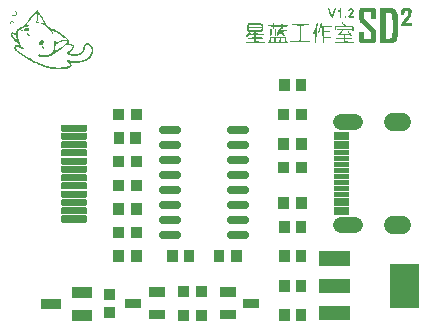
<source format=gts>
G04 Layer: TopSolderMaskLayer*
G04 EasyEDA v6.4.25, 2021-11-23T22:34:31+08:00*
G04 edc2d8422afb4d2cae5fb123c77887e6,45ba98ba689c459a8d72e4540021d05b,10*
G04 Gerber Generator version 0.2*
G04 Scale: 100 percent, Rotated: No, Reflected: No *
G04 Dimensions in millimeters *
G04 leading zeros omitted , absolute positions ,4 integer and 5 decimal *
%FSLAX45Y45*%
%MOMM*%

%ADD33C,1.3500*%
%ADD34C,1.5000*%
%ADD35C,0.6616*%

%LPD*%
G36*
X3075533Y2852216D02*
G01*
X3054858Y2852013D01*
X3038144Y2851454D01*
X3027476Y2850540D01*
X3024987Y2849981D01*
X3022600Y2848762D01*
X3020517Y2847238D01*
X3018739Y2845206D01*
X3017215Y2842717D01*
X3015945Y2839516D01*
X3014929Y2835656D01*
X3014116Y2830982D01*
X3013049Y2818790D01*
X3012592Y2802280D01*
X3012592Y2781554D01*
X3013049Y2765044D01*
X3014167Y2753664D01*
X3014980Y2749448D01*
X3015996Y2745994D01*
X3017266Y2743098D01*
X3018282Y2741422D01*
X3022650Y2736138D01*
X3029610Y2728518D01*
X3049270Y2708503D01*
X3061055Y2697073D01*
X3112566Y2648661D01*
X3112566Y2591155D01*
X3056686Y2591155D01*
X3056686Y2649982D01*
X3012541Y2649982D01*
X3012490Y2593543D01*
X3012694Y2581198D01*
X3012998Y2576169D01*
X3013608Y2571800D01*
X3014472Y2568041D01*
X3015691Y2564841D01*
X3017367Y2562199D01*
X3019501Y2560015D01*
X3022193Y2558288D01*
X3025495Y2556865D01*
X3029458Y2555849D01*
X3034182Y2555087D01*
X3039668Y2554528D01*
X3053232Y2553919D01*
X3114243Y2553106D01*
X3127552Y2553309D01*
X3135833Y2554071D01*
X3138678Y2554782D01*
X3140964Y2555646D01*
X3144774Y2558186D01*
X3149498Y2562301D01*
X3151632Y2564688D01*
X3153156Y2567432D01*
X3154222Y2571191D01*
X3154984Y2576423D01*
X3155797Y2593644D01*
X3156305Y2615031D01*
X3156153Y2630982D01*
X3155543Y2644749D01*
X3154578Y2654808D01*
X3153918Y2658008D01*
X3152089Y2662783D01*
X3150616Y2665476D01*
X3146348Y2671622D01*
X3140049Y2679141D01*
X3131464Y2688437D01*
X3120136Y2699816D01*
X3088182Y2730296D01*
X3056686Y2759557D01*
X3056686Y2814675D01*
X3112566Y2814675D01*
X3112566Y2758795D01*
X3157220Y2758795D01*
X3155848Y2813405D01*
X3155289Y2825242D01*
X3154781Y2830118D01*
X3154070Y2834335D01*
X3153054Y2837992D01*
X3151733Y2841040D01*
X3149955Y2843631D01*
X3147720Y2845765D01*
X3144977Y2847492D01*
X3141675Y2848813D01*
X3137662Y2849880D01*
X3132988Y2850642D01*
X3121253Y2851556D01*
G37*
G36*
X3191967Y2850337D02*
G01*
X3191967Y2811780D01*
X3256838Y2811780D01*
X3265373Y2811526D01*
X3273094Y2810916D01*
X3279292Y2810002D01*
X3283000Y2808884D01*
X3285388Y2807004D01*
X3287776Y2804109D01*
X3289960Y2800502D01*
X3291636Y2796692D01*
X3292094Y2794863D01*
X3292856Y2787954D01*
X3294024Y2763672D01*
X3294684Y2729992D01*
X3294938Y2692247D01*
X3294634Y2655925D01*
X3293821Y2626512D01*
X3293211Y2616098D01*
X3292500Y2609392D01*
X3292094Y2607665D01*
X3290112Y2603906D01*
X3287318Y2600604D01*
X3283661Y2597759D01*
X3279190Y2595422D01*
X3273958Y2593594D01*
X3267964Y2592222D01*
X3261258Y2591409D01*
X3253841Y2591155D01*
X3236061Y2591155D01*
X3236061Y2811780D01*
X3191967Y2811780D01*
X3191967Y2552293D01*
X3254349Y2553716D01*
X3271774Y2554427D01*
X3285642Y2555443D01*
X3291484Y2556103D01*
X3301187Y2557932D01*
X3305200Y2559100D01*
X3308858Y2560472D01*
X3312109Y2562047D01*
X3317849Y2565908D01*
X3323031Y2570886D01*
X3327044Y2575661D01*
X3329686Y2579573D01*
X3331921Y2584094D01*
X3333750Y2589479D01*
X3335274Y2596032D01*
X3336442Y2604058D01*
X3337356Y2613761D01*
X3338017Y2625547D01*
X3338677Y2656179D01*
X3338474Y2710891D01*
X3337814Y2765450D01*
X3337356Y2783078D01*
X3336747Y2795828D01*
X3335883Y2804769D01*
X3334715Y2811119D01*
X3333089Y2815996D01*
X3330956Y2820568D01*
X3327552Y2826308D01*
X3323132Y2832100D01*
X3318306Y2837281D01*
X3313531Y2841142D01*
X3308705Y2844190D01*
X3306318Y2845308D01*
X3303625Y2846273D01*
X3300425Y2847035D01*
X3296564Y2847644D01*
X3285947Y2848457D01*
X3270097Y2849016D01*
G37*
G36*
X3413099Y2849981D02*
G01*
X3397707Y2849778D01*
X3387750Y2848914D01*
X3384194Y2848102D01*
X3381248Y2847035D01*
X3378657Y2845663D01*
X3376168Y2843885D01*
X3371951Y2839974D01*
X3369614Y2835351D01*
X3368649Y2827985D01*
X3368446Y2815945D01*
X3368446Y2794101D01*
X3394557Y2794101D01*
X3396386Y2822041D01*
X3425799Y2822041D01*
X3426866Y2803956D01*
X3426714Y2800197D01*
X3426053Y2796743D01*
X3424732Y2793238D01*
X3422497Y2789377D01*
X3419246Y2784652D01*
X3393541Y2752344D01*
X3382162Y2737561D01*
X3374136Y2726486D01*
X3369005Y2718257D01*
X3367379Y2715056D01*
X3366262Y2712313D01*
X3365652Y2709926D01*
X3365500Y2699969D01*
X3456686Y2699969D01*
X3456686Y2726436D01*
X3424021Y2726588D01*
X3416503Y2727045D01*
X3411474Y2727655D01*
X3409594Y2728366D01*
X3411423Y2731312D01*
X3416300Y2737967D01*
X3432403Y2758338D01*
X3455212Y2786380D01*
X3456635Y2824276D01*
X3455974Y2832455D01*
X3453892Y2837738D01*
X3449726Y2842463D01*
X3447287Y2844800D01*
X3444900Y2846628D01*
X3442258Y2847949D01*
X3439007Y2848864D01*
X3434842Y2849473D01*
X3429355Y2849829D01*
G37*
G36*
X2857398Y2849981D02*
G01*
X2854706Y2849270D01*
X2851302Y2847390D01*
X2847543Y2844596D01*
X2840431Y2837738D01*
X2837230Y2834944D01*
X2834589Y2833065D01*
X2831846Y2831744D01*
X2830982Y2830068D01*
X2830423Y2827629D01*
X2830169Y2824632D01*
X2830322Y2820365D01*
X2831185Y2818638D01*
X2833319Y2819146D01*
X2840380Y2823565D01*
X2845054Y2826105D01*
X2846273Y2826461D01*
X2846882Y2824276D01*
X2847390Y2818231D01*
X2847848Y2798521D01*
X2847949Y2782417D01*
X2848762Y2774086D01*
X2850946Y2771038D01*
X2855163Y2770581D01*
X2862529Y2770581D01*
X2862529Y2822295D01*
X2862122Y2838602D01*
X2861716Y2843580D01*
X2861056Y2846882D01*
X2860141Y2848813D01*
X2858922Y2849778D01*
G37*
G36*
X2815894Y2849727D02*
G01*
X2810357Y2849473D01*
X2805734Y2848203D01*
X2802178Y2844596D01*
X2798622Y2836722D01*
X2790393Y2812796D01*
X2787294Y2804617D01*
X2784805Y2799080D01*
X2783382Y2797048D01*
X2781909Y2799080D01*
X2779369Y2804617D01*
X2776169Y2812796D01*
X2767685Y2836621D01*
X2763977Y2844495D01*
X2760370Y2848203D01*
X2755849Y2849473D01*
X2752750Y2849676D01*
X2750159Y2849524D01*
X2748483Y2849067D01*
X2747822Y2848356D01*
X2748889Y2844596D01*
X2756154Y2823311D01*
X2769158Y2787345D01*
X2771952Y2780639D01*
X2774238Y2776016D01*
X2776270Y2773070D01*
X2778252Y2771444D01*
X2780487Y2770733D01*
X2783078Y2770581D01*
X2787599Y2771140D01*
X2790901Y2773578D01*
X2793949Y2779115D01*
X2816250Y2840329D01*
X2817825Y2847390D01*
G37*
G36*
X2943250Y2849626D02*
G01*
X2937459Y2849168D01*
X2931820Y2847390D01*
X2926537Y2844190D01*
X2923540Y2841447D01*
X2920847Y2838348D01*
X2918764Y2835198D01*
X2917596Y2832404D01*
X2917139Y2829407D01*
X2917901Y2827578D01*
X2920288Y2826715D01*
X2924556Y2826461D01*
X2928162Y2826766D01*
X2930855Y2827528D01*
X2932531Y2828848D01*
X2933141Y2830576D01*
X2935833Y2835198D01*
X2941828Y2836976D01*
X2947974Y2835706D01*
X2951124Y2831287D01*
X2951022Y2825445D01*
X2948940Y2819806D01*
X2944215Y2813202D01*
X2931312Y2799181D01*
X2923489Y2789936D01*
X2920593Y2785922D01*
X2918358Y2782316D01*
X2916783Y2779064D01*
X2915818Y2776220D01*
X2915462Y2773730D01*
X2917291Y2772359D01*
X2922473Y2771394D01*
X2930855Y2770784D01*
X2942132Y2770581D01*
X2957271Y2770682D01*
X2965094Y2771444D01*
X2967888Y2773426D01*
X2967888Y2777185D01*
X2966872Y2780639D01*
X2964434Y2782874D01*
X2959862Y2784297D01*
X2952242Y2785262D01*
X2937560Y2786735D01*
X2948381Y2796590D01*
X2953410Y2801518D01*
X2957677Y2806496D01*
X2961132Y2811424D01*
X2963773Y2816250D01*
X2965602Y2820873D01*
X2966567Y2825343D01*
X2966567Y2829458D01*
X2965704Y2833268D01*
X2962808Y2838754D01*
X2958896Y2843225D01*
X2954172Y2846578D01*
X2948889Y2848711D01*
G37*
G36*
X2896362Y2785262D02*
G01*
X2892755Y2784957D01*
X2890469Y2783789D01*
X2889351Y2781554D01*
X2888996Y2777947D01*
X2889351Y2774289D01*
X2890469Y2772054D01*
X2892755Y2770886D01*
X2896362Y2770581D01*
X2900019Y2770886D01*
X2902254Y2772054D01*
X2903372Y2774289D01*
X2903728Y2777947D01*
X2903372Y2781554D01*
X2902254Y2783789D01*
X2900019Y2784957D01*
G37*
G36*
X2872181Y2729382D02*
G01*
X2870809Y2729128D01*
X2869488Y2728315D01*
X2868320Y2727147D01*
X2867558Y2725724D01*
X2867761Y2723540D01*
X2869234Y2720340D01*
X2871825Y2716479D01*
X2875229Y2712466D01*
X2884271Y2702915D01*
X2840634Y2702864D01*
X2826004Y2702356D01*
X2820619Y2701696D01*
X2816301Y2700680D01*
X2812999Y2699258D01*
X2810560Y2697327D01*
X2808833Y2694838D01*
X2807665Y2691688D01*
X2807004Y2687828D01*
X2806649Y2677718D01*
X2806852Y2669387D01*
X2807665Y2664561D01*
X2809392Y2662275D01*
X2812389Y2661767D01*
X2815285Y2662326D01*
X2817164Y2664409D01*
X2818333Y2668676D01*
X2818993Y2675737D01*
X2819908Y2689707D01*
X2897733Y2690622D01*
X2932379Y2690520D01*
X2942945Y2690063D01*
X2949752Y2689301D01*
X2951937Y2688844D01*
X2953359Y2688285D01*
X2954070Y2687624D01*
X2954832Y2685186D01*
X2955188Y2681325D01*
X2955137Y2676550D01*
X2953918Y2664663D01*
X2954172Y2660904D01*
X2955747Y2659176D01*
X2958846Y2658821D01*
X2961995Y2659888D01*
X2964535Y2662783D01*
X2966364Y2667101D01*
X2967431Y2672334D01*
X2967736Y2678125D01*
X2967126Y2683916D01*
X2965653Y2689301D01*
X2963214Y2693822D01*
X2961284Y2696210D01*
X2959354Y2698089D01*
X2956966Y2699512D01*
X2953867Y2700477D01*
X2949600Y2701188D01*
X2936138Y2702001D01*
X2911652Y2702864D01*
X2901950Y2703779D01*
X2896565Y2705100D01*
X2894888Y2706878D01*
X2891993Y2712313D01*
X2885287Y2719832D01*
X2877667Y2726537D01*
G37*
G36*
X2285492Y2726334D02*
G01*
X2281834Y2724353D01*
X2279650Y2717088D01*
X2278684Y2707335D01*
X2246071Y2705862D01*
X2239721Y2704846D01*
X2236927Y2703220D01*
X2236622Y2700578D01*
X2237994Y2698038D01*
X2241550Y2696362D01*
X2248204Y2695346D01*
X2258872Y2694686D01*
X2280158Y2693822D01*
X2280158Y2682189D01*
X2280412Y2676296D01*
X2281275Y2672791D01*
X2283104Y2671013D01*
X2286050Y2670556D01*
X2289048Y2671013D01*
X2290826Y2672791D01*
X2291740Y2676347D01*
X2291943Y2682341D01*
X2291943Y2694127D01*
X2353716Y2694127D01*
X2353716Y2682341D01*
X2353919Y2676347D01*
X2354834Y2672791D01*
X2356612Y2671013D01*
X2359609Y2670556D01*
X2362606Y2671013D01*
X2364384Y2672791D01*
X2365248Y2676347D01*
X2365451Y2682341D01*
X2365451Y2694127D01*
X2385771Y2694127D01*
X2395220Y2694330D01*
X2401773Y2695041D01*
X2405786Y2696311D01*
X2407615Y2698242D01*
X2408224Y2702204D01*
X2405583Y2704490D01*
X2398471Y2705608D01*
X2385771Y2705862D01*
X2365857Y2705862D01*
X2364943Y2715412D01*
X2362962Y2722473D01*
X2359660Y2725013D01*
X2356205Y2722930D01*
X2353716Y2716174D01*
X2352192Y2707335D01*
X2292350Y2705658D01*
X2291384Y2715310D01*
X2289200Y2723235D01*
G37*
G36*
X2692857Y2723540D02*
G01*
X2689809Y2722626D01*
X2687269Y2719425D01*
X2684780Y2713177D01*
X2680614Y2698546D01*
X2677261Y2688285D01*
X2673197Y2677515D01*
X2668879Y2667508D01*
X2662275Y2653690D01*
X2659938Y2647492D01*
X2659634Y2643886D01*
X2661107Y2642209D01*
X2662936Y2641752D01*
X2664917Y2641650D01*
X2666796Y2641955D01*
X2668320Y2642565D01*
X2670149Y2644394D01*
X2672537Y2647848D01*
X2678277Y2658211D01*
X2684170Y2670860D01*
X2690571Y2687370D01*
X2692552Y2690876D01*
X2694635Y2693212D01*
X2696514Y2694127D01*
X2697327Y2693822D01*
X2698038Y2692958D01*
X2698648Y2691333D01*
X2699613Y2685491D01*
X2700375Y2675432D01*
X2701290Y2638907D01*
X2702001Y2587142D01*
X2702560Y2571851D01*
X2703423Y2562961D01*
X2704033Y2560370D01*
X2704795Y2558745D01*
X2705709Y2557830D01*
X2706827Y2557424D01*
X2708148Y2557322D01*
X2711246Y2557932D01*
X2713177Y2560472D01*
X2714244Y2566060D01*
X2714904Y2575712D01*
X2715768Y2594102D01*
X2763316Y2594254D01*
X2772511Y2594914D01*
X2776321Y2596489D01*
X2776677Y2599232D01*
X2775102Y2601976D01*
X2770530Y2603652D01*
X2761284Y2604617D01*
X2715463Y2606090D01*
X2715463Y2643886D01*
X2758389Y2645359D01*
X2767177Y2646273D01*
X2771597Y2647746D01*
X2772816Y2649982D01*
X2771597Y2652217D01*
X2767177Y2653690D01*
X2758389Y2654655D01*
X2744165Y2655265D01*
X2715463Y2656078D01*
X2715463Y2694584D01*
X2763215Y2691688D01*
X2773984Y2691688D01*
X2780792Y2692450D01*
X2784551Y2694076D01*
X2786380Y2695752D01*
X2787396Y2697226D01*
X2787599Y2698496D01*
X2786888Y2699562D01*
X2785160Y2700477D01*
X2782417Y2701188D01*
X2778556Y2701798D01*
X2767228Y2702560D01*
X2750616Y2702915D01*
X2694635Y2702915D01*
X2697378Y2718562D01*
X2697124Y2721711D01*
X2695702Y2723134D01*
G37*
G36*
X2657144Y2723540D02*
G01*
X2654604Y2722626D01*
X2652369Y2719730D01*
X2650286Y2714498D01*
X2647188Y2702712D01*
X2643835Y2692857D01*
X2639263Y2681478D01*
X2634030Y2669946D01*
X2626360Y2654503D01*
X2622245Y2645714D01*
X2619451Y2639212D01*
X2618435Y2635859D01*
X2619857Y2632506D01*
X2623464Y2632760D01*
X2627985Y2636062D01*
X2632303Y2641904D01*
X2634030Y2644952D01*
X2635351Y2646629D01*
X2636316Y2646527D01*
X2636977Y2644190D01*
X2637434Y2639212D01*
X2638044Y2619349D01*
X2638602Y2588564D01*
X2639314Y2568600D01*
X2639872Y2562758D01*
X2640634Y2559050D01*
X2641701Y2556967D01*
X2643124Y2556052D01*
X2644952Y2555849D01*
X2646273Y2555951D01*
X2647340Y2556306D01*
X2648254Y2557068D01*
X2648966Y2558542D01*
X2649524Y2560777D01*
X2649982Y2563977D01*
X2650540Y2574086D01*
X2650998Y2636672D01*
X2651353Y2653639D01*
X2652115Y2666390D01*
X2653385Y2676601D01*
X2654198Y2681224D01*
X2656484Y2690520D01*
X2662021Y2710434D01*
X2663291Y2718866D01*
X2661716Y2722676D01*
G37*
G36*
X2094738Y2723235D02*
G01*
X2087168Y2722981D01*
X2081530Y2722473D01*
X2077415Y2721660D01*
X2074418Y2720594D01*
X2072081Y2719171D01*
X2068525Y2715818D01*
X2066543Y2710840D01*
X2065680Y2702102D01*
X2065567Y2691180D01*
X2077212Y2691180D01*
X2077212Y2698038D01*
X2077821Y2703474D01*
X2078482Y2705608D01*
X2079243Y2706928D01*
X2080717Y2707284D01*
X2089251Y2707894D01*
X2103780Y2708249D01*
X2122525Y2708249D01*
X2184603Y2707335D01*
X2186432Y2691180D01*
X2065567Y2691180D01*
X2065676Y2679395D01*
X2186432Y2679395D01*
X2184603Y2663240D01*
X2078685Y2663240D01*
X2076856Y2679395D01*
X2065676Y2679395D01*
X2066391Y2666949D01*
X2067255Y2659735D01*
X2068372Y2655874D01*
X2071065Y2653741D01*
X2076450Y2652217D01*
X2085136Y2651150D01*
X2112772Y2649728D01*
X2120696Y2648559D01*
X2123795Y2646375D01*
X2124303Y2642362D01*
X2123897Y2638399D01*
X2121712Y2636316D01*
X2116378Y2635453D01*
X2106472Y2635300D01*
X2096770Y2635453D01*
X2091639Y2636164D01*
X2089912Y2637942D01*
X2090470Y2641142D01*
X2090216Y2645867D01*
X2086559Y2647188D01*
X2081326Y2645156D01*
X2076246Y2640025D01*
X2073605Y2636469D01*
X2065324Y2627274D01*
X2056130Y2617927D01*
X2053082Y2613812D01*
X2051608Y2610408D01*
X2051710Y2607665D01*
X2054047Y2603957D01*
X2057603Y2603550D01*
X2062988Y2606548D01*
X2077770Y2618943D01*
X2083765Y2622042D01*
X2091436Y2623261D01*
X2103323Y2623515D01*
X2124303Y2623515D01*
X2124303Y2603500D01*
X2083206Y2600198D01*
X2074570Y2598877D01*
X2069846Y2597251D01*
X2068423Y2595219D01*
X2069693Y2593238D01*
X2074214Y2592019D01*
X2082800Y2591358D01*
X2096363Y2591155D01*
X2124303Y2591155D01*
X2124303Y2567635D01*
X2075942Y2567635D01*
X2060549Y2567228D01*
X2056079Y2566771D01*
X2053183Y2566060D01*
X2051608Y2564993D01*
X2050897Y2563571D01*
X2050796Y2560675D01*
X2050999Y2559761D01*
X2051456Y2558999D01*
X2052269Y2558338D01*
X2053589Y2557780D01*
X2058212Y2556967D01*
X2066188Y2556459D01*
X2095906Y2556256D01*
X2177034Y2557119D01*
X2195525Y2557627D01*
X2207412Y2558389D01*
X2211324Y2558846D01*
X2214016Y2559456D01*
X2215743Y2560116D01*
X2216658Y2560878D01*
X2216962Y2561742D01*
X2216607Y2563012D01*
X2215388Y2564028D01*
X2213152Y2564841D01*
X2209596Y2565501D01*
X2197709Y2566416D01*
X2138984Y2567787D01*
X2138984Y2591155D01*
X2186736Y2591308D01*
X2195982Y2592019D01*
X2199843Y2593543D01*
X2200198Y2596337D01*
X2198624Y2599029D01*
X2194052Y2600706D01*
X2184806Y2601671D01*
X2138984Y2603144D01*
X2138984Y2623312D01*
X2188667Y2624734D01*
X2198776Y2625699D01*
X2203805Y2627172D01*
X2205177Y2629408D01*
X2203805Y2631643D01*
X2198776Y2633116D01*
X2188667Y2634030D01*
X2161184Y2634945D01*
X2147112Y2635656D01*
X2143150Y2636266D01*
X2140762Y2637231D01*
X2139543Y2638552D01*
X2139086Y2640330D01*
X2138984Y2642717D01*
X2139442Y2646883D01*
X2142236Y2649016D01*
X2149652Y2649880D01*
X2177745Y2650236D01*
X2183028Y2650744D01*
X2187244Y2651607D01*
X2190597Y2652979D01*
X2193188Y2655011D01*
X2195017Y2657754D01*
X2196338Y2661361D01*
X2197150Y2665933D01*
X2197608Y2671572D01*
X2197811Y2686608D01*
X2197608Y2699918D01*
X2196846Y2708910D01*
X2195474Y2714599D01*
X2193340Y2717698D01*
X2191461Y2718612D01*
X2188108Y2719425D01*
X2183231Y2720187D01*
X2168652Y2721406D01*
X2147214Y2722372D01*
X2117648Y2723083D01*
G37*
G36*
X2476296Y2717190D02*
G01*
X2459939Y2717038D01*
X2449372Y2716479D01*
X2445918Y2716072D01*
X2443378Y2715514D01*
X2441651Y2714853D01*
X2440635Y2714091D01*
X2440025Y2713126D01*
X2439466Y2711246D01*
X2439212Y2709468D01*
X2439314Y2708046D01*
X2439720Y2707132D01*
X2441346Y2706319D01*
X2444394Y2705608D01*
X2454503Y2704338D01*
X2468981Y2703474D01*
X2509570Y2702915D01*
X2509418Y2621788D01*
X2508453Y2587294D01*
X2507742Y2580132D01*
X2507030Y2577998D01*
X2505964Y2576372D01*
X2504084Y2575204D01*
X2500884Y2574391D01*
X2496007Y2573934D01*
X2488946Y2573629D01*
X2444648Y2573375D01*
X2437688Y2573121D01*
X2432862Y2572664D01*
X2429814Y2571953D01*
X2428138Y2570886D01*
X2427376Y2569464D01*
X2427274Y2566568D01*
X2427478Y2565654D01*
X2427935Y2564892D01*
X2428798Y2564231D01*
X2430170Y2563672D01*
X2434945Y2562809D01*
X2443175Y2562352D01*
X2473960Y2562148D01*
X2526436Y2562555D01*
X2566111Y2563164D01*
X2579065Y2563622D01*
X2588260Y2564180D01*
X2594305Y2564892D01*
X2597708Y2565806D01*
X2598623Y2566365D01*
X2599131Y2566974D01*
X2599283Y2567635D01*
X2598928Y2568905D01*
X2597759Y2569921D01*
X2595473Y2570734D01*
X2591917Y2571343D01*
X2586837Y2571902D01*
X2571292Y2572613D01*
X2521356Y2573680D01*
X2521356Y2702763D01*
X2564739Y2703830D01*
X2578455Y2704592D01*
X2582570Y2705150D01*
X2585212Y2705963D01*
X2586685Y2707030D01*
X2587396Y2708452D01*
X2587447Y2711602D01*
X2587040Y2712720D01*
X2586075Y2713634D01*
X2584348Y2714396D01*
X2581605Y2715006D01*
X2572105Y2715869D01*
X2555849Y2716377D01*
X2499817Y2717088D01*
G37*
G36*
X2344267Y2682036D02*
G01*
X2340254Y2680462D01*
X2337257Y2674467D01*
X2335631Y2669438D01*
X2329078Y2652776D01*
X2320340Y2632608D01*
X2317699Y2624937D01*
X2316835Y2619908D01*
X2317699Y2617165D01*
X2321052Y2615234D01*
X2324557Y2617114D01*
X2328875Y2623515D01*
X2338679Y2642616D01*
X2342286Y2648204D01*
X2345436Y2651709D01*
X2348077Y2652928D01*
X2350160Y2652572D01*
X2351481Y2651353D01*
X2351938Y2649321D01*
X2351684Y2646324D01*
X2351836Y2642463D01*
X2353919Y2637993D01*
X2358237Y2632456D01*
X2365044Y2625394D01*
X2373985Y2617470D01*
X2380589Y2613710D01*
X2384653Y2614117D01*
X2386076Y2618689D01*
X2385009Y2621127D01*
X2382215Y2625140D01*
X2377998Y2630068D01*
X2363571Y2645308D01*
X2360726Y2648813D01*
X2359660Y2650744D01*
X2361387Y2651556D01*
X2366162Y2652268D01*
X2373223Y2652776D01*
X2393594Y2653080D01*
X2400198Y2653792D01*
X2402941Y2655366D01*
X2403144Y2658059D01*
X2401671Y2660751D01*
X2397455Y2662428D01*
X2389124Y2663444D01*
X2348230Y2664917D01*
X2348738Y2672791D01*
X2347671Y2679395D01*
G37*
G36*
X2263851Y2678023D02*
G01*
X2262378Y2677769D01*
X2261362Y2677210D01*
X2260650Y2674010D01*
X2260092Y2666593D01*
X2259584Y2643378D01*
X2259736Y2626207D01*
X2260447Y2616657D01*
X2261971Y2612694D01*
X2264714Y2612288D01*
X2267458Y2613914D01*
X2269134Y2618587D01*
X2270099Y2628188D01*
X2270709Y2644546D01*
X2270963Y2659989D01*
X2270556Y2669844D01*
X2269388Y2675229D01*
X2267305Y2677363D01*
X2265527Y2677871D01*
G37*
G36*
X2303729Y2676448D02*
G01*
X2300325Y2675788D01*
X2298598Y2671978D01*
X2298141Y2662529D01*
X2298446Y2644851D01*
X2299055Y2629052D01*
X2299970Y2619349D01*
X2301494Y2614523D01*
X2303729Y2613202D01*
X2305964Y2614523D01*
X2307437Y2619349D01*
X2308352Y2629052D01*
X2308961Y2644851D01*
X2309317Y2662529D01*
X2308809Y2671978D01*
X2307082Y2675788D01*
G37*
G36*
X2858922Y2675940D02*
G01*
X2844901Y2675788D01*
X2834386Y2675382D01*
X2827274Y2674721D01*
X2823464Y2673858D01*
X2822702Y2673299D01*
X2821940Y2669540D01*
X2825343Y2666847D01*
X2833319Y2665120D01*
X2846324Y2664104D01*
X2866847Y2663240D01*
X2844444Y2640634D01*
X2839974Y2635554D01*
X2836621Y2631135D01*
X2834436Y2627477D01*
X2833319Y2624531D01*
X2833319Y2622346D01*
X2834487Y2620873D01*
X2836824Y2620162D01*
X2845257Y2620060D01*
X2880207Y2621178D01*
X2880207Y2599994D01*
X2832455Y2599842D01*
X2823210Y2599131D01*
X2819349Y2597607D01*
X2818993Y2594864D01*
X2820568Y2592120D01*
X2825089Y2590444D01*
X2834386Y2589479D01*
X2880207Y2588006D01*
X2880207Y2567635D01*
X2833776Y2567635D01*
X2819044Y2567228D01*
X2814726Y2566771D01*
X2811932Y2566060D01*
X2810408Y2564993D01*
X2809748Y2563571D01*
X2809697Y2560370D01*
X2810052Y2559253D01*
X2811068Y2558338D01*
X2812897Y2557627D01*
X2815844Y2557068D01*
X2820162Y2556662D01*
X2834030Y2556256D01*
X2889758Y2556560D01*
X2941167Y2557373D01*
X2955696Y2557983D01*
X2964434Y2558846D01*
X2967075Y2559456D01*
X2968752Y2560116D01*
X2969615Y2560878D01*
X2969920Y2561742D01*
X2969564Y2563012D01*
X2968345Y2564028D01*
X2966110Y2564841D01*
X2962503Y2565501D01*
X2950667Y2566416D01*
X2891942Y2567787D01*
X2891942Y2587447D01*
X2939897Y2590749D01*
X2949854Y2592120D01*
X2955137Y2593695D01*
X2956661Y2595829D01*
X2955239Y2597861D01*
X2950210Y2599182D01*
X2940304Y2599791D01*
X2924302Y2599994D01*
X2891942Y2599994D01*
X2891942Y2619705D01*
X2925318Y2622448D01*
X2932430Y2622143D01*
X2936798Y2620111D01*
X2940659Y2615996D01*
X2945587Y2611932D01*
X2950819Y2610358D01*
X2954985Y2611323D01*
X2956661Y2614980D01*
X2955290Y2618282D01*
X2951632Y2623515D01*
X2946349Y2629966D01*
X2940100Y2636926D01*
X2933547Y2643682D01*
X2927451Y2649423D01*
X2922320Y2653588D01*
X2918968Y2655316D01*
X2913938Y2654909D01*
X2912770Y2651963D01*
X2915462Y2647086D01*
X2921762Y2640888D01*
X2931058Y2633218D01*
X2885490Y2631287D01*
X2861157Y2630779D01*
X2854960Y2630932D01*
X2853944Y2631186D01*
X2854045Y2632303D01*
X2855264Y2634386D01*
X2857347Y2637231D01*
X2863494Y2644241D01*
X2870200Y2652826D01*
X2877921Y2664714D01*
X2934309Y2664815D01*
X2940710Y2665069D01*
X2945231Y2665526D01*
X2948127Y2666136D01*
X2949702Y2667050D01*
X2950311Y2668270D01*
X2950210Y2669844D01*
X2949854Y2670911D01*
X2949143Y2671876D01*
X2947924Y2672638D01*
X2945993Y2673299D01*
X2943250Y2673858D01*
X2934563Y2674670D01*
X2920593Y2675229D01*
X2876702Y2675890D01*
G37*
G36*
X2324303Y2608732D02*
G01*
X2293315Y2608326D01*
X2280412Y2607919D01*
X2270099Y2607360D01*
X2262936Y2606649D01*
X2259584Y2605938D01*
X2257602Y2603550D01*
X2255926Y2599080D01*
X2255578Y2597353D01*
X2350465Y2597353D01*
X2381656Y2595575D01*
X2381656Y2566162D01*
X2352243Y2566162D01*
X2350465Y2597353D01*
X2255578Y2597353D01*
X2254656Y2592781D01*
X2252726Y2574340D01*
X2251303Y2568702D01*
X2248712Y2566162D01*
X2240602Y2564384D01*
X2265476Y2564384D01*
X2265476Y2578760D01*
X2265832Y2589022D01*
X2267813Y2594457D01*
X2272842Y2596642D01*
X2282291Y2597048D01*
X2339289Y2597048D01*
X2337511Y2566162D01*
X2306675Y2564384D01*
X2306675Y2597048D01*
X2295194Y2597048D01*
X2293416Y2566162D01*
X2265476Y2564384D01*
X2240602Y2564384D01*
X2238349Y2563368D01*
X2236673Y2561844D01*
X2236063Y2560066D01*
X2236216Y2559456D01*
X2236774Y2558897D01*
X2239365Y2557932D01*
X2244293Y2557170D01*
X2252167Y2556662D01*
X2279040Y2556002D01*
X2324303Y2555849D01*
X2358593Y2556052D01*
X2386685Y2556611D01*
X2405583Y2557424D01*
X2410764Y2557932D01*
X2412542Y2558440D01*
X2411272Y2561640D01*
X2408072Y2564587D01*
X2404110Y2566619D01*
X2400350Y2567025D01*
X2398420Y2567584D01*
X2396947Y2570530D01*
X2395778Y2576118D01*
X2393950Y2592781D01*
X2392680Y2599080D01*
X2391003Y2603550D01*
X2389022Y2605938D01*
X2385669Y2606649D01*
X2378506Y2607360D01*
X2368194Y2607919D01*
X2340457Y2608630D01*
G37*
G36*
X285242Y2831795D02*
G01*
X281838Y2829814D01*
X274980Y2824988D01*
X268325Y2819501D01*
X260400Y2812034D01*
X252018Y2803347D01*
X243890Y2794254D01*
X236778Y2785618D01*
X227888Y2772968D01*
X216763Y2758186D01*
X204520Y2742742D01*
X193700Y2728061D01*
X186334Y2716885D01*
X182422Y2711500D01*
X178460Y2706725D01*
X174548Y2702712D01*
X170688Y2699410D01*
X166928Y2696819D01*
X163220Y2694990D01*
X155397Y2693009D01*
X151079Y2691688D01*
X146710Y2690012D01*
X142341Y2687980D01*
X137972Y2685643D01*
X133705Y2683052D01*
X129641Y2680208D01*
X125730Y2677109D01*
X122428Y2673858D01*
X119126Y2669692D01*
X115925Y2664866D01*
X112979Y2659634D01*
X110439Y2654350D01*
X108407Y2649270D01*
X107086Y2644648D01*
X106426Y2638094D01*
X105765Y2636621D01*
X104444Y2636266D01*
X90678Y2640838D01*
X72491Y2646172D01*
X66802Y2639568D01*
X62839Y2633726D01*
X61467Y2627934D01*
X61675Y2626766D01*
X75488Y2626766D01*
X75793Y2629154D01*
X77012Y2630271D01*
X79705Y2630424D01*
X84378Y2629712D01*
X88341Y2628798D01*
X92608Y2627528D01*
X96621Y2626055D01*
X99923Y2624582D01*
X102971Y2622651D01*
X105054Y2620416D01*
X106222Y2617825D01*
X106984Y2610866D01*
X108000Y2605481D01*
X111353Y2592578D01*
X114757Y2581300D01*
X116128Y2576017D01*
X115112Y2576626D01*
X107950Y2582976D01*
X97282Y2593543D01*
X92151Y2599232D01*
X87528Y2604871D01*
X83464Y2610256D01*
X80162Y2615336D01*
X77622Y2619857D01*
X76047Y2623769D01*
X75488Y2626766D01*
X61675Y2626766D01*
X62687Y2621076D01*
X66548Y2612085D01*
X68630Y2608529D01*
X71831Y2604109D01*
X80619Y2593695D01*
X91287Y2582367D01*
X102311Y2571750D01*
X107442Y2567178D01*
X112115Y2563368D01*
X116128Y2560523D01*
X122631Y2556865D01*
X125628Y2553970D01*
X128371Y2550109D01*
X130810Y2545181D01*
X133858Y2537409D01*
X134620Y2534869D01*
X134670Y2533751D01*
X133756Y2533599D01*
X128930Y2534158D01*
X122224Y2535428D01*
X116179Y2536190D01*
X105410Y2535428D01*
X99568Y2533853D01*
X94589Y2530094D01*
X91135Y2524912D01*
X89865Y2519019D01*
X90728Y2514752D01*
X91576Y2512872D01*
X106832Y2512872D01*
X106883Y2514701D01*
X107492Y2516225D01*
X108712Y2517394D01*
X110439Y2518257D01*
X112776Y2518765D01*
X115620Y2518867D01*
X119075Y2518664D01*
X123037Y2518054D01*
X127558Y2517038D01*
X138226Y2513787D01*
X160274Y2505049D01*
X168300Y2502204D01*
X174294Y2500528D01*
X177393Y2500223D01*
X180492Y2502712D01*
X179832Y2506268D01*
X175412Y2510739D01*
X160934Y2519883D01*
X156210Y2523693D01*
X152857Y2527706D01*
X150469Y2532278D01*
X132740Y2572054D01*
X128168Y2583688D01*
X124866Y2594203D01*
X122580Y2603957D01*
X121361Y2613406D01*
X120954Y2622956D01*
X121310Y2631592D01*
X122275Y2639517D01*
X123952Y2646629D01*
X126237Y2652979D01*
X129133Y2658465D01*
X132638Y2663088D01*
X136652Y2666746D01*
X147878Y2672740D01*
X149656Y2673858D01*
X152806Y2675382D01*
X166725Y2680665D01*
X183794Y2686812D01*
X191617Y2690063D01*
X198983Y2693568D01*
X205638Y2697073D01*
X211429Y2700578D01*
X216001Y2703830D01*
X219252Y2706827D01*
X220878Y2709316D01*
X220471Y2711551D01*
X217220Y2711958D01*
X211124Y2710535D01*
X197205Y2705455D01*
X190195Y2703322D01*
X188874Y2703220D01*
X189026Y2703982D01*
X189890Y2705506D01*
X198526Y2716123D01*
X209753Y2731871D01*
X229717Y2756408D01*
X246329Y2777693D01*
X255016Y2787446D01*
X264464Y2797403D01*
X273354Y2806293D01*
X280314Y2812592D01*
X282651Y2814421D01*
X284022Y2815031D01*
X284683Y2812897D01*
X285038Y2807106D01*
X285140Y2798572D01*
X284581Y2782366D01*
X283616Y2770276D01*
X282346Y2758541D01*
X280822Y2748635D01*
X277876Y2734513D01*
X277418Y2728772D01*
X278739Y2726639D01*
X282041Y2727248D01*
X284073Y2729026D01*
X285953Y2732532D01*
X287680Y2737662D01*
X289102Y2744165D01*
X290322Y2751937D01*
X291236Y2760726D01*
X291795Y2770378D01*
X291998Y2780690D01*
X291998Y2807309D01*
X304342Y2793847D01*
X307492Y2790037D01*
X311251Y2784856D01*
X319989Y2771444D01*
X329184Y2756001D01*
X337515Y2741015D01*
X343509Y2728772D01*
X345186Y2724505D01*
X345795Y2721813D01*
X345440Y2720949D01*
X344271Y2720644D01*
X342392Y2720949D01*
X333298Y2723743D01*
X325323Y2725572D01*
X316636Y2727045D01*
X308000Y2728112D01*
X300177Y2728772D01*
X293979Y2728874D01*
X290068Y2728315D01*
X289255Y2727096D01*
X290576Y2726131D01*
X293065Y2725369D01*
X296316Y2724810D01*
X305511Y2724302D01*
X310946Y2723591D01*
X316433Y2722473D01*
X321919Y2720949D01*
X327456Y2719019D01*
X333044Y2716631D01*
X338785Y2713786D01*
X344627Y2710484D01*
X349758Y2707132D01*
X355295Y2703068D01*
X361086Y2698394D01*
X372922Y2687675D01*
X384403Y2675940D01*
X389737Y2669946D01*
X394614Y2664053D01*
X398932Y2658414D01*
X402640Y2653080D01*
X408838Y2642362D01*
X412089Y2637637D01*
X414832Y2634386D01*
X416712Y2633218D01*
X419100Y2634284D01*
X419811Y2637180D01*
X418896Y2641752D01*
X416306Y2647696D01*
X410718Y2659024D01*
X409701Y2662174D01*
X410006Y2663799D01*
X411784Y2664002D01*
X415137Y2662936D01*
X427126Y2657144D01*
X436270Y2652268D01*
X447497Y2645765D01*
X473506Y2629763D01*
X506069Y2608427D01*
X516991Y2600807D01*
X525830Y2594356D01*
X531825Y2589479D01*
X533603Y2587752D01*
X535178Y2585415D01*
X533450Y2583942D01*
X526897Y2582926D01*
X500583Y2580589D01*
X495350Y2579725D01*
X490474Y2578557D01*
X485648Y2576931D01*
X480314Y2574798D01*
X455676Y2563063D01*
X448005Y2559913D01*
X443331Y2558796D01*
X441198Y2559507D01*
X440639Y2560828D01*
X440334Y2562199D01*
X440334Y2563469D01*
X440690Y2564485D01*
X441451Y2569159D01*
X440334Y2575356D01*
X438048Y2580640D01*
X435406Y2582570D01*
X433679Y2580741D01*
X432460Y2575560D01*
X431546Y2565908D01*
X430580Y2544165D01*
X429666Y2531008D01*
X428447Y2518867D01*
X427024Y2509215D01*
X426313Y2505811D01*
X424637Y2500122D01*
X422605Y2494686D01*
X421674Y2492705D01*
X435000Y2492705D01*
X437642Y2505557D01*
X439572Y2518867D01*
X441045Y2531770D01*
X442112Y2537409D01*
X443331Y2541828D01*
X444601Y2544419D01*
X447497Y2546654D01*
X453085Y2549956D01*
X460451Y2553817D01*
X477520Y2561894D01*
X485546Y2565298D01*
X492150Y2567787D01*
X496570Y2569006D01*
X502259Y2569667D01*
X515467Y2570480D01*
X527964Y2570581D01*
X532790Y2570378D01*
X535990Y2569972D01*
X537159Y2569413D01*
X534771Y2564993D01*
X528929Y2557170D01*
X521665Y2548432D01*
X515112Y2541371D01*
X505053Y2532532D01*
X492912Y2522931D01*
X479551Y2513330D01*
X466191Y2504389D01*
X453745Y2496820D01*
X448208Y2493822D01*
X443280Y2491435D01*
X437642Y2489047D01*
X435101Y2489200D01*
X435000Y2492705D01*
X421674Y2492705D01*
X420217Y2489606D01*
X417525Y2484831D01*
X414477Y2480360D01*
X411124Y2476246D01*
X407416Y2472486D01*
X403402Y2469083D01*
X399084Y2465984D01*
X394512Y2463241D01*
X389585Y2460853D01*
X384352Y2458821D01*
X378866Y2457145D01*
X373075Y2455875D01*
X367030Y2454910D01*
X360730Y2454351D01*
X353974Y2454198D01*
X346506Y2454300D01*
X330657Y2455367D01*
X322884Y2456230D01*
X315569Y2457297D01*
X309067Y2458516D01*
X303530Y2459939D01*
X298399Y2459736D01*
X295300Y2456637D01*
X294894Y2451862D01*
X297789Y2446832D01*
X300837Y2444343D01*
X304698Y2442210D01*
X309422Y2440482D01*
X315061Y2439111D01*
X321665Y2438044D01*
X329387Y2437333D01*
X338226Y2436876D01*
X348234Y2436774D01*
X355549Y2436926D01*
X362508Y2437384D01*
X369062Y2438095D01*
X375361Y2439111D01*
X381304Y2440381D01*
X386994Y2442006D01*
X392379Y2443937D01*
X397560Y2446172D01*
X402488Y2448763D01*
X407263Y2451658D01*
X411835Y2454910D01*
X418744Y2460447D01*
X425856Y2465374D01*
X434898Y2470912D01*
X454253Y2481478D01*
X464870Y2487879D01*
X476859Y2495854D01*
X495604Y2509367D01*
X507441Y2518511D01*
X517753Y2527096D01*
X525780Y2534412D01*
X528675Y2537460D01*
X532892Y2542590D01*
X535432Y2543759D01*
X539394Y2543556D01*
X545846Y2542235D01*
X557225Y2539085D01*
X569620Y2534920D01*
X580186Y2530754D01*
X583844Y2529027D01*
X585978Y2527706D01*
X586536Y2526538D01*
X586435Y2524810D01*
X585724Y2522677D01*
X584352Y2520340D01*
X580999Y2515971D01*
X569874Y2503627D01*
X556666Y2490266D01*
X550621Y2484526D01*
X545744Y2480259D01*
X538784Y2475382D01*
X536956Y2472639D01*
X537057Y2469642D01*
X539038Y2466492D01*
X542899Y2463139D01*
X548589Y2459685D01*
X556158Y2456078D01*
X565556Y2452370D01*
X573786Y2449576D01*
X581456Y2447442D01*
X588619Y2445918D01*
X595477Y2445105D01*
X602284Y2444902D01*
X609092Y2445258D01*
X616204Y2446274D01*
X623722Y2447848D01*
X631037Y2449830D01*
X637946Y2452014D01*
X644398Y2454452D01*
X650392Y2457196D01*
X655929Y2460193D01*
X661009Y2463393D01*
X665683Y2466949D01*
X669950Y2470708D01*
X673760Y2474823D01*
X677113Y2479192D01*
X680110Y2483815D01*
X682701Y2488793D01*
X684834Y2494026D01*
X686612Y2499614D01*
X687933Y2505456D01*
X689965Y2517902D01*
X691489Y2523236D01*
X693521Y2527655D01*
X696010Y2531262D01*
X699058Y2534056D01*
X702665Y2535986D01*
X706831Y2537155D01*
X711606Y2537561D01*
X720547Y2536799D01*
X727608Y2534158D01*
X733602Y2529179D01*
X739394Y2521254D01*
X741934Y2516733D01*
X743915Y2512060D01*
X745337Y2507234D01*
X746302Y2502255D01*
X746810Y2497175D01*
X746760Y2491994D01*
X746302Y2486812D01*
X745388Y2481529D01*
X744016Y2476246D01*
X742188Y2470962D01*
X740003Y2465730D01*
X737362Y2460548D01*
X734364Y2455418D01*
X731012Y2450439D01*
X727252Y2445562D01*
X723188Y2440838D01*
X718769Y2436317D01*
X714044Y2431948D01*
X708964Y2427833D01*
X703630Y2423972D01*
X697992Y2420366D01*
X692099Y2417064D01*
X685901Y2414066D01*
X679500Y2411425D01*
X674776Y2409850D01*
X669493Y2408377D01*
X657606Y2405989D01*
X644245Y2404160D01*
X630021Y2403043D01*
X615289Y2402535D01*
X600608Y2402636D01*
X586486Y2403449D01*
X573328Y2404922D01*
X561695Y2407005D01*
X556615Y2408326D01*
X546862Y2411526D01*
X543153Y2412238D01*
X540461Y2411933D01*
X538276Y2410714D01*
X535584Y2407615D01*
X535279Y2404262D01*
X537565Y2399944D01*
X542594Y2394000D01*
X553618Y2381808D01*
X559714Y2373985D01*
X561746Y2369159D01*
X560578Y2365857D01*
X558647Y2363978D01*
X555904Y2362098D01*
X552500Y2360269D01*
X548335Y2358440D01*
X543509Y2356662D01*
X531926Y2353259D01*
X525221Y2351633D01*
X516483Y2350160D01*
X505358Y2348941D01*
X492658Y2348026D01*
X479145Y2347417D01*
X465632Y2347163D01*
X452882Y2347264D01*
X441807Y2347772D01*
X433120Y2348687D01*
X394868Y2354834D01*
X385673Y2356612D01*
X375310Y2359152D01*
X363982Y2362403D01*
X351891Y2366213D01*
X326237Y2375408D01*
X300024Y2386126D01*
X287172Y2391867D01*
X274777Y2397709D01*
X263093Y2403652D01*
X221437Y2426716D01*
X212445Y2432100D01*
X208635Y2434742D01*
X203200Y2439060D01*
X194868Y2444242D01*
X186029Y2448915D01*
X179679Y2452522D01*
X177393Y2454402D01*
X173329Y2457094D01*
X166624Y2461056D01*
X152450Y2470251D01*
X137820Y2480259D01*
X126949Y2488590D01*
X118414Y2496108D01*
X115062Y2499512D01*
X112268Y2502712D01*
X110032Y2505659D01*
X108407Y2508351D01*
X107289Y2510739D01*
X106832Y2512872D01*
X91576Y2512872D01*
X93065Y2509570D01*
X96672Y2503678D01*
X101346Y2497429D01*
X106883Y2491028D01*
X112979Y2484780D01*
X119430Y2478989D01*
X126085Y2473960D01*
X142087Y2462936D01*
X163830Y2448661D01*
X167640Y2446629D01*
X173482Y2443022D01*
X195478Y2427935D01*
X207365Y2420518D01*
X220827Y2412492D01*
X249428Y2396490D01*
X262991Y2389327D01*
X275031Y2383332D01*
X301752Y2371699D01*
X331876Y2358136D01*
X336245Y2356358D01*
X340004Y2355392D01*
X353618Y2350058D01*
X360781Y2347823D01*
X370027Y2345486D01*
X381050Y2343150D01*
X393395Y2340813D01*
X406755Y2338628D01*
X420827Y2336596D01*
X442417Y2334056D01*
X457403Y2332888D01*
X472135Y2332380D01*
X486460Y2332532D01*
X500227Y2333294D01*
X513334Y2334615D01*
X525627Y2336596D01*
X536956Y2339035D01*
X547166Y2342032D01*
X556107Y2345537D01*
X560120Y2347468D01*
X563727Y2349500D01*
X566928Y2351633D01*
X569772Y2353868D01*
X572160Y2356256D01*
X574141Y2358694D01*
X576884Y2363825D01*
X577646Y2368905D01*
X576427Y2374341D01*
X573227Y2380589D01*
X568604Y2388006D01*
X595477Y2387041D01*
X609346Y2387295D01*
X624636Y2388260D01*
X640232Y2389733D01*
X655269Y2391714D01*
X668629Y2394102D01*
X674370Y2395372D01*
X680008Y2396947D01*
X685546Y2398776D01*
X696366Y2403297D01*
X706678Y2408885D01*
X716381Y2415387D01*
X721004Y2418943D01*
X729691Y2426665D01*
X737514Y2435047D01*
X744423Y2444038D01*
X747522Y2448661D01*
X752856Y2458262D01*
X755091Y2463190D01*
X757021Y2468219D01*
X758647Y2473248D01*
X759917Y2478328D01*
X760882Y2483408D01*
X761441Y2488539D01*
X761746Y2494991D01*
X761593Y2500985D01*
X760882Y2506624D01*
X759612Y2511958D01*
X757732Y2517241D01*
X755243Y2522524D01*
X752043Y2527960D01*
X748131Y2533650D01*
X744474Y2538171D01*
X740410Y2542082D01*
X736092Y2545334D01*
X731570Y2547975D01*
X726846Y2550007D01*
X722020Y2551430D01*
X717194Y2552242D01*
X712317Y2552395D01*
X707542Y2551988D01*
X702868Y2550922D01*
X698398Y2549296D01*
X694182Y2547010D01*
X690270Y2544165D01*
X686714Y2540660D01*
X683564Y2536596D01*
X680872Y2531922D01*
X678942Y2527300D01*
X677367Y2522270D01*
X676300Y2517444D01*
X675894Y2513482D01*
X674776Y2506167D01*
X671931Y2497582D01*
X667969Y2489149D01*
X663498Y2482443D01*
X660400Y2479243D01*
X656691Y2476195D01*
X652424Y2473248D01*
X647700Y2470505D01*
X642569Y2467965D01*
X637133Y2465679D01*
X631444Y2463647D01*
X625602Y2461920D01*
X619709Y2460498D01*
X613816Y2459482D01*
X607974Y2458821D01*
X602335Y2458618D01*
X596798Y2458974D01*
X589940Y2459990D01*
X582371Y2461514D01*
X574700Y2463342D01*
X567639Y2465324D01*
X561797Y2467305D01*
X557784Y2469032D01*
X556310Y2470454D01*
X557682Y2472436D01*
X566775Y2482646D01*
X581253Y2498090D01*
X587756Y2505405D01*
X592937Y2511806D01*
X596798Y2517343D01*
X599287Y2522118D01*
X600506Y2526284D01*
X600456Y2529941D01*
X599135Y2533243D01*
X596595Y2536190D01*
X592785Y2538984D01*
X587806Y2541727D01*
X581609Y2544521D01*
X574090Y2547416D01*
X566420Y2550058D01*
X559562Y2552141D01*
X554329Y2553309D01*
X547776Y2554478D01*
X545033Y2555951D01*
X545642Y2558542D01*
X552043Y2567330D01*
X553720Y2571191D01*
X554126Y2574950D01*
X553161Y2578912D01*
X550722Y2583281D01*
X546709Y2588260D01*
X541070Y2594152D01*
X529386Y2604973D01*
X512826Y2619095D01*
X506577Y2624074D01*
X467106Y2650540D01*
X455930Y2656941D01*
X442163Y2664155D01*
X427685Y2671318D01*
X414274Y2677464D01*
X403860Y2681782D01*
X396189Y2684627D01*
X391414Y2687269D01*
X386638Y2690622D01*
X374091Y2701594D01*
X364185Y2708706D01*
X362102Y2710738D01*
X360680Y2712770D01*
X359765Y2716326D01*
X356971Y2723438D01*
X352094Y2733903D01*
X345795Y2746502D01*
X338734Y2760014D01*
X331520Y2773070D01*
X324916Y2784449D01*
X319532Y2792882D01*
X313537Y2800604D01*
X305917Y2811119D01*
X303123Y2815386D01*
X299008Y2821025D01*
X293878Y2826308D01*
X288950Y2830220D01*
G37*
G36*
X98348Y2829102D02*
G01*
X95605Y2829052D01*
X94640Y2827070D01*
X95097Y2825800D01*
X98399Y2822397D01*
X104648Y2817622D01*
X107442Y2814320D01*
X109220Y2810865D01*
X110083Y2807309D01*
X109982Y2803804D01*
X109067Y2800400D01*
X107289Y2797251D01*
X104749Y2794457D01*
X101498Y2792120D01*
X97485Y2790291D01*
X92862Y2789123D01*
X87630Y2788716D01*
X81534Y2790240D01*
X76758Y2794304D01*
X73914Y2800045D01*
X73660Y2806649D01*
X74015Y2811322D01*
X72898Y2812491D01*
X71170Y2810459D01*
X69494Y2805379D01*
X69037Y2799943D01*
X70053Y2795066D01*
X72339Y2790799D01*
X75793Y2787345D01*
X80111Y2784805D01*
X85242Y2783281D01*
X90982Y2782976D01*
X97129Y2783992D01*
X103733Y2786684D01*
X108966Y2790698D01*
X112725Y2795727D01*
X115011Y2801416D01*
X115671Y2807411D01*
X114655Y2813405D01*
X111912Y2819044D01*
X107238Y2823972D01*
X102362Y2827426D01*
G37*
G36*
X78181Y2739593D02*
G01*
X77165Y2739339D01*
X76809Y2738374D01*
X77114Y2736951D01*
X77927Y2735224D01*
X79298Y2733446D01*
X81991Y2727045D01*
X79756Y2721305D01*
X73964Y2717850D01*
X65938Y2718155D01*
X62788Y2720695D01*
X61214Y2724912D01*
X61366Y2729331D01*
X63550Y2732532D01*
X64465Y2733294D01*
X65227Y2734310D01*
X65735Y2735427D01*
X65938Y2736545D01*
X65684Y2737408D01*
X64973Y2737612D01*
X63855Y2737154D01*
X62331Y2736088D01*
X59232Y2731008D01*
X58623Y2724454D01*
X60452Y2718257D01*
X64465Y2714244D01*
X69545Y2713024D01*
X74523Y2713685D01*
X79044Y2715869D01*
X82804Y2719171D01*
X85496Y2723235D01*
X86715Y2727706D01*
X86207Y2732125D01*
X83616Y2736189D01*
X81635Y2737967D01*
X79756Y2739136D01*
G37*
G36*
X203301Y2683256D02*
G01*
X197612Y2682900D01*
X191871Y2681427D01*
X186334Y2678836D01*
X180949Y2674518D01*
X177800Y2669743D01*
X176784Y2664968D01*
X177647Y2660497D01*
X180289Y2656738D01*
X184556Y2654096D01*
X190246Y2652877D01*
X197205Y2653487D01*
X202946Y2656027D01*
X208991Y2660650D01*
X214121Y2666288D01*
X217373Y2672029D01*
X217678Y2675788D01*
X216103Y2678836D01*
X212902Y2681173D01*
X208534Y2682697D01*
G37*
G36*
X155803Y2669133D02*
G01*
X153212Y2668828D01*
X150876Y2666746D01*
X151130Y2663088D01*
X154279Y2658973D01*
X158496Y2656230D01*
X161899Y2656484D01*
X163271Y2659126D01*
X162864Y2661716D01*
X161188Y2663190D01*
X158648Y2662783D01*
X157632Y2662326D01*
X157073Y2662580D01*
X157073Y2663545D01*
X157530Y2665120D01*
X157581Y2667812D01*
G37*
G36*
X199948Y2640279D02*
G01*
X198221Y2639110D01*
X197510Y2636113D01*
X197713Y2634183D01*
X198323Y2632202D01*
X199237Y2630373D01*
X200355Y2628950D01*
X201828Y2627833D01*
X203657Y2626918D01*
X205638Y2626258D01*
X209448Y2625699D01*
X210820Y2624632D01*
X211582Y2622804D01*
X211836Y2620162D01*
X213258Y2615184D01*
X216662Y2611577D01*
X220878Y2610154D01*
X224637Y2611628D01*
X225755Y2613101D01*
X225907Y2614472D01*
X225044Y2615895D01*
X221589Y2619197D01*
X220268Y2621534D01*
X219354Y2624226D01*
X218795Y2630170D01*
X217779Y2632100D01*
X215646Y2633014D01*
X209245Y2633522D01*
X206756Y2634234D01*
X204876Y2635402D01*
X202031Y2639568D01*
G37*
G36*
X327202Y2580335D02*
G01*
X322580Y2580182D01*
X318312Y2578658D01*
X313791Y2575610D01*
X309880Y2571953D01*
X306527Y2567635D01*
X303834Y2562961D01*
X301802Y2558034D01*
X300583Y2553157D01*
X300177Y2548483D01*
X300736Y2544267D01*
X302260Y2540660D01*
X305562Y2537663D01*
X310743Y2535428D01*
X316687Y2534259D01*
X322427Y2534412D01*
X326898Y2535986D01*
X330860Y2538679D01*
X334365Y2542286D01*
X337210Y2546604D01*
X339496Y2551430D01*
X341020Y2556459D01*
X341884Y2561488D01*
X341884Y2566365D01*
X341071Y2570784D01*
X339344Y2574544D01*
X336651Y2577388D01*
X332943Y2579166D01*
G37*
G36*
X330352Y2527249D02*
G01*
X327050Y2525877D01*
X324967Y2522626D01*
X324764Y2518156D01*
X326237Y2514142D01*
X329082Y2512415D01*
X330708Y2512161D01*
X332486Y2511348D01*
X334162Y2510231D01*
X337210Y2507081D01*
X338429Y2506522D01*
X339496Y2507030D01*
X340766Y2508605D01*
X342036Y2511958D01*
X341731Y2514955D01*
X340156Y2516886D01*
X336397Y2516835D01*
X335483Y2517495D01*
X334975Y2518918D01*
X334416Y2524709D01*
X332841Y2526792D01*
G37*
D33*
X2858980Y1017498D02*
G01*
X2973979Y1017498D01*
X2858980Y1882520D02*
G01*
X2973979Y1882520D01*
D34*
X3301519Y1017498D02*
G01*
X3371519Y1017498D01*
X3301519Y1882520D02*
G01*
X3371519Y1882520D01*
D35*
X1927994Y930503D02*
G01*
X2046495Y930503D01*
X1927994Y1057503D02*
G01*
X2046495Y1057503D01*
X1927994Y1184503D02*
G01*
X2046495Y1184503D01*
X1927994Y1311503D02*
G01*
X2046495Y1311503D01*
X1927994Y1438503D02*
G01*
X2046495Y1438503D01*
X1927994Y1565503D02*
G01*
X2046495Y1565503D01*
X1927994Y1692503D02*
G01*
X2046495Y1692503D01*
X1927994Y1819503D02*
G01*
X2046495Y1819503D01*
X1353497Y930503D02*
G01*
X1471998Y930503D01*
X1353497Y1057503D02*
G01*
X1471998Y1057503D01*
X1353497Y1184503D02*
G01*
X1471998Y1184503D01*
X1353497Y1311503D02*
G01*
X1471998Y1311503D01*
X1353497Y1438503D02*
G01*
X1471998Y1438503D01*
X1353497Y1565503D02*
G01*
X1471998Y1565503D01*
X1353497Y1692503D02*
G01*
X1471998Y1692503D01*
X1353497Y1819503D02*
G01*
X1471998Y1819503D01*
G36*
X1074928Y1700021D02*
G01*
X1074928Y1800097D01*
X1165097Y1800097D01*
X1165097Y1700021D01*
G37*
G36*
X934973Y1700021D02*
G01*
X934973Y1800097D01*
X1025144Y1800097D01*
X1025144Y1700021D01*
G37*
G36*
X2474975Y199897D02*
G01*
X2474975Y299973D01*
X2565145Y299973D01*
X2565145Y199897D01*
G37*
G36*
X2335022Y199897D02*
G01*
X2335022Y299973D01*
X2425191Y299973D01*
X2425191Y199897D01*
G37*
G36*
X2335022Y449834D02*
G01*
X2335022Y550163D01*
X2425191Y550163D01*
X2425191Y449834D01*
G37*
G36*
X2474975Y449834D02*
G01*
X2474975Y550163D01*
X2565145Y550163D01*
X2565145Y449834D01*
G37*
G36*
X1525015Y700023D02*
G01*
X1525015Y800100D01*
X1615186Y800100D01*
X1615186Y700023D01*
G37*
G36*
X1384807Y700023D02*
G01*
X1384807Y800100D01*
X1474978Y800100D01*
X1474978Y700023D01*
G37*
G36*
X2474975Y949960D02*
G01*
X2474975Y1050036D01*
X2565145Y1050036D01*
X2565145Y949960D01*
G37*
G36*
X2335022Y949960D02*
G01*
X2335022Y1050036D01*
X2425191Y1050036D01*
X2425191Y949960D01*
G37*
G36*
X2335022Y700023D02*
G01*
X2335022Y800100D01*
X2425191Y800100D01*
X2425191Y700023D01*
G37*
G36*
X2474975Y700023D02*
G01*
X2474975Y800100D01*
X2565145Y800100D01*
X2565145Y700023D01*
G37*
G36*
X2474975Y2149855D02*
G01*
X2474975Y2250186D01*
X2565145Y2250186D01*
X2565145Y2149855D01*
G37*
G36*
X2335022Y2149855D02*
G01*
X2335022Y2250186D01*
X2425191Y2250186D01*
X2425191Y2149855D01*
G37*
G36*
X1232407Y214884D02*
G01*
X1232407Y295147D01*
X1367536Y295147D01*
X1367536Y214884D01*
G37*
G36*
X1232407Y404876D02*
G01*
X1232407Y485139D01*
X1367536Y485139D01*
X1367536Y404876D01*
G37*
G36*
X1032510Y309879D02*
G01*
X1032510Y390144D01*
X1167637Y390144D01*
X1167637Y309879D01*
G37*
G36*
X1832355Y404876D02*
G01*
X1832355Y485139D01*
X1967484Y485139D01*
X1967484Y404876D01*
G37*
G36*
X1832355Y214884D02*
G01*
X1832355Y295147D01*
X1967484Y295147D01*
X1967484Y214884D01*
G37*
G36*
X2032508Y309879D02*
G01*
X2032508Y390144D01*
X2167636Y390144D01*
X2167636Y309879D01*
G37*
G36*
X316484Y299465D02*
G01*
X316484Y389889D01*
X486663Y389889D01*
X486663Y299465D01*
G37*
G36*
X578865Y394462D02*
G01*
X578865Y484886D01*
X749045Y484886D01*
X749045Y394462D01*
G37*
G36*
X578865Y204470D02*
G01*
X578865Y294894D01*
X749045Y294894D01*
X749045Y204470D01*
G37*
G36*
X1080007Y1901697D02*
G01*
X1080007Y1998218D01*
X1170686Y1998218D01*
X1170686Y1901697D01*
G37*
G36*
X929386Y1901697D02*
G01*
X929386Y1998218D01*
X1020063Y1998218D01*
X1020063Y1901697D01*
G37*
G36*
X1479295Y201676D02*
G01*
X1479295Y298195D01*
X1569973Y298195D01*
X1569973Y201676D01*
G37*
G36*
X1629918Y201676D02*
G01*
X1629918Y298195D01*
X1720850Y298195D01*
X1720850Y201676D01*
G37*
G36*
X1629918Y401828D02*
G01*
X1629918Y498347D01*
X1720850Y498347D01*
X1720850Y401828D01*
G37*
G36*
X1479295Y401828D02*
G01*
X1479295Y498347D01*
X1569973Y498347D01*
X1569973Y401828D01*
G37*
G36*
X2329179Y1451610D02*
G01*
X2329179Y1548384D01*
X2420111Y1548384D01*
X2420111Y1451610D01*
G37*
G36*
X2479802Y1451610D02*
G01*
X2479802Y1548384D01*
X2570734Y1548384D01*
X2570734Y1451610D01*
G37*
G36*
X2479802Y1151636D02*
G01*
X2479802Y1248155D01*
X2570734Y1248155D01*
X2570734Y1151636D01*
G37*
G36*
X2329179Y1151636D02*
G01*
X2329179Y1248155D01*
X2420111Y1248155D01*
X2420111Y1151636D01*
G37*
G36*
X2329179Y1651762D02*
G01*
X2329179Y1748281D01*
X2420111Y1748281D01*
X2420111Y1651762D01*
G37*
G36*
X2479802Y1651762D02*
G01*
X2479802Y1748281D01*
X2570734Y1748281D01*
X2570734Y1651762D01*
G37*
G36*
X929386Y1101597D02*
G01*
X929386Y1198371D01*
X1020063Y1198371D01*
X1020063Y1101597D01*
G37*
G36*
X1080007Y1101597D02*
G01*
X1080007Y1198371D01*
X1170686Y1198371D01*
X1170686Y1101597D01*
G37*
G36*
X1929892Y701802D02*
G01*
X1929892Y798321D01*
X2020824Y798321D01*
X2020824Y701802D01*
G37*
G36*
X1779270Y701802D02*
G01*
X1779270Y798321D01*
X1870202Y798321D01*
X1870202Y701802D01*
G37*
G36*
X929386Y901700D02*
G01*
X929386Y998220D01*
X1020063Y998220D01*
X1020063Y901700D01*
G37*
G36*
X1080007Y901700D02*
G01*
X1080007Y998220D01*
X1170686Y998220D01*
X1170686Y901700D01*
G37*
G36*
X929386Y1301750D02*
G01*
X929386Y1398270D01*
X1020063Y1398270D01*
X1020063Y1301750D01*
G37*
G36*
X1080007Y1301750D02*
G01*
X1080007Y1398270D01*
X1170686Y1398270D01*
X1170686Y1301750D01*
G37*
G36*
X929386Y1501647D02*
G01*
X929386Y1598168D01*
X1020063Y1598168D01*
X1020063Y1501647D01*
G37*
G36*
X1080007Y1501647D02*
G01*
X1080007Y1598168D01*
X1170686Y1598168D01*
X1170686Y1501647D01*
G37*
G36*
X2329179Y1901697D02*
G01*
X2329179Y1998218D01*
X2420111Y1998218D01*
X2420111Y1901697D01*
G37*
G36*
X2479802Y1901697D02*
G01*
X2479802Y1998218D01*
X2570734Y1998218D01*
X2570734Y1901697D01*
G37*
G36*
X929386Y701802D02*
G01*
X929386Y798321D01*
X1020063Y798321D01*
X1020063Y701802D01*
G37*
G36*
X1080007Y701802D02*
G01*
X1080007Y798321D01*
X1170686Y798321D01*
X1170686Y701802D01*
G37*
G36*
X851662Y379984D02*
G01*
X851662Y470662D01*
X948181Y470662D01*
X948181Y379984D01*
G37*
G36*
X851662Y229362D02*
G01*
X851662Y320039D01*
X948181Y320039D01*
X948181Y229362D01*
G37*
G36*
X2800858Y1255013D02*
G01*
X2800858Y1294892D01*
X2926079Y1294892D01*
X2926079Y1255013D01*
G37*
G36*
X2800858Y1305052D02*
G01*
X2800858Y1344929D01*
X2926079Y1344929D01*
X2926079Y1305052D01*
G37*
G36*
X2800858Y1355089D02*
G01*
X2800858Y1394968D01*
X2926079Y1394968D01*
X2926079Y1355089D01*
G37*
G36*
X2800858Y1404873D02*
G01*
X2800858Y1445005D01*
X2926079Y1445005D01*
X2926079Y1404873D01*
G37*
G36*
X2800858Y1454912D02*
G01*
X2800858Y1495044D01*
X2926079Y1495044D01*
X2926079Y1454912D01*
G37*
G36*
X2800858Y1504950D02*
G01*
X2800858Y1545081D01*
X2926079Y1545081D01*
X2926079Y1504950D01*
G37*
G36*
X2800858Y1554987D02*
G01*
X2800858Y1595120D01*
X2926079Y1595120D01*
X2926079Y1554987D01*
G37*
G36*
X2800858Y1605026D02*
G01*
X2800858Y1644904D01*
X2926079Y1644904D01*
X2926079Y1605026D01*
G37*
G36*
X2800858Y1204976D02*
G01*
X2800858Y1245107D01*
X2926079Y1245107D01*
X2926079Y1204976D01*
G37*
G36*
X2800858Y1655063D02*
G01*
X2800858Y1694942D01*
X2926079Y1694942D01*
X2926079Y1655063D01*
G37*
G36*
X2800858Y1175004D02*
G01*
X2800858Y1214881D01*
X2926079Y1214881D01*
X2926079Y1175004D01*
G37*
G36*
X2800858Y1685036D02*
G01*
X2800858Y1724913D01*
X2926079Y1724913D01*
X2926079Y1685036D01*
G37*
G36*
X2800858Y1124965D02*
G01*
X2800858Y1165097D01*
X2926079Y1165097D01*
X2926079Y1124965D01*
G37*
G36*
X2800858Y1735073D02*
G01*
X2800858Y1774952D01*
X2926079Y1774952D01*
X2926079Y1735073D01*
G37*
G36*
X2800858Y1094994D02*
G01*
X2800858Y1135126D01*
X2926079Y1135126D01*
X2926079Y1094994D01*
G37*
G36*
X2800858Y1765045D02*
G01*
X2800858Y1804923D01*
X2926079Y1804923D01*
X2926079Y1765045D01*
G37*
G36*
X2672841Y669797D02*
G01*
X2672841Y790194D01*
X2933191Y790194D01*
X2933191Y669797D01*
G37*
G36*
X2672841Y439928D02*
G01*
X2672841Y560070D01*
X2933191Y560070D01*
X2933191Y439928D01*
G37*
G36*
X2672841Y209804D02*
G01*
X2672841Y330200D01*
X2933191Y330200D01*
X2933191Y209804D01*
G37*
G36*
X3274822Y314960D02*
G01*
X3274822Y685037D01*
X3519170Y685037D01*
X3519170Y314960D01*
G37*
G36*
X504189Y1804670D02*
G01*
X491489Y1810004D01*
X486155Y1822704D01*
X486155Y1846834D01*
X491489Y1859534D01*
X504189Y1864868D01*
X691387Y1864868D01*
X704342Y1859534D01*
X709676Y1846834D01*
X709676Y1822704D01*
X704342Y1810004D01*
X691387Y1804670D01*
G37*
G36*
X504189Y1734565D02*
G01*
X491489Y1739900D01*
X486155Y1752854D01*
X486155Y1776729D01*
X491489Y1789684D01*
X504189Y1795018D01*
X691387Y1795018D01*
X704342Y1789684D01*
X709676Y1776729D01*
X709676Y1752854D01*
X704342Y1739900D01*
X691387Y1734565D01*
G37*
G36*
X504189Y1664715D02*
G01*
X491489Y1670050D01*
X486155Y1682750D01*
X486155Y1706879D01*
X491489Y1719579D01*
X504189Y1724913D01*
X691387Y1724913D01*
X704342Y1719579D01*
X709676Y1706879D01*
X709676Y1682750D01*
X704342Y1670050D01*
X691387Y1664715D01*
G37*
G36*
X504189Y1594612D02*
G01*
X491489Y1599945D01*
X486155Y1612645D01*
X486155Y1636776D01*
X491489Y1649729D01*
X504189Y1655063D01*
X691387Y1655063D01*
X704342Y1649729D01*
X709676Y1636776D01*
X709676Y1612645D01*
X704342Y1599945D01*
X691387Y1594612D01*
G37*
G36*
X504189Y1524507D02*
G01*
X491489Y1529842D01*
X486155Y1542795D01*
X486155Y1566926D01*
X491489Y1579626D01*
X504189Y1584960D01*
X691387Y1584960D01*
X704342Y1579626D01*
X709676Y1566926D01*
X709676Y1542795D01*
X704342Y1529842D01*
X691387Y1524507D01*
G37*
G36*
X504189Y1454657D02*
G01*
X491489Y1459992D01*
X486155Y1472692D01*
X486155Y1496821D01*
X491489Y1509521D01*
X504189Y1514855D01*
X691387Y1514855D01*
X704342Y1509521D01*
X709676Y1496821D01*
X709676Y1472692D01*
X704342Y1459992D01*
X691387Y1454657D01*
G37*
G36*
X504189Y1034542D02*
G01*
X491489Y1039876D01*
X486155Y1052829D01*
X486155Y1076705D01*
X491489Y1089660D01*
X504189Y1094994D01*
X691387Y1094994D01*
X704342Y1089660D01*
X709676Y1076705D01*
X709676Y1052829D01*
X704342Y1039876D01*
X691387Y1034542D01*
G37*
G36*
X504189Y1104645D02*
G01*
X491489Y1109979D01*
X486155Y1122679D01*
X486155Y1146810D01*
X491489Y1159763D01*
X504189Y1164844D01*
X691387Y1164844D01*
X704342Y1159763D01*
X709676Y1146810D01*
X709676Y1122679D01*
X704342Y1109979D01*
X691387Y1104645D01*
G37*
G36*
X504189Y1174750D02*
G01*
X491489Y1179829D01*
X486155Y1192784D01*
X486155Y1216913D01*
X491489Y1229613D01*
X504189Y1234947D01*
X691387Y1234947D01*
X704342Y1229613D01*
X709676Y1216913D01*
X709676Y1192784D01*
X704342Y1179829D01*
X691387Y1174750D01*
G37*
G36*
X504189Y1244600D02*
G01*
X491489Y1249934D01*
X486155Y1262887D01*
X486155Y1286763D01*
X491489Y1299718D01*
X504189Y1305052D01*
X691387Y1305052D01*
X704342Y1299718D01*
X709676Y1286763D01*
X709676Y1262887D01*
X704342Y1249934D01*
X691387Y1244600D01*
G37*
G36*
X504189Y1314704D02*
G01*
X491489Y1320037D01*
X486155Y1332737D01*
X486155Y1356868D01*
X491489Y1369568D01*
X504189Y1374902D01*
X691387Y1374902D01*
X704342Y1369568D01*
X709676Y1356868D01*
X709676Y1332737D01*
X704342Y1320037D01*
X691387Y1314704D01*
G37*
G36*
X504189Y1384554D02*
G01*
X491489Y1389887D01*
X486155Y1402842D01*
X486155Y1426718D01*
X491489Y1439671D01*
X504189Y1445005D01*
X691387Y1445005D01*
X704342Y1439671D01*
X709676Y1426718D01*
X709676Y1402842D01*
X704342Y1389887D01*
X691387Y1384554D01*
G37*
M02*

</source>
